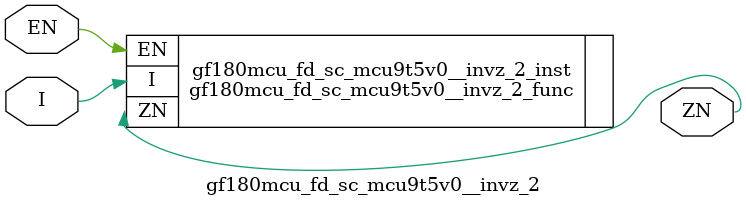
<source format=v>

module gf180mcu_fd_sc_mcu9t5v0__invz_2( EN, ZN, I );
input EN, I;
output ZN;

   `ifdef FUNCTIONAL  //  functional //

	gf180mcu_fd_sc_mcu9t5v0__invz_2_func gf180mcu_fd_sc_mcu9t5v0__invz_2_behav_inst(.EN(EN),.ZN(ZN),.I(I));

   `else

	gf180mcu_fd_sc_mcu9t5v0__invz_2_func gf180mcu_fd_sc_mcu9t5v0__invz_2_inst(.EN(EN),.ZN(ZN),.I(I));

	// spec_gates_begin


	// spec_gates_end



   specify

	// specify_block_begin

	// comb arc EN --> ZN
	 (EN => ZN) = (1.0,1.0);

	// comb arc I --> ZN
	 (I => ZN) = (1.0,1.0);

	// specify_block_end

   endspecify

   `endif

endmodule

</source>
